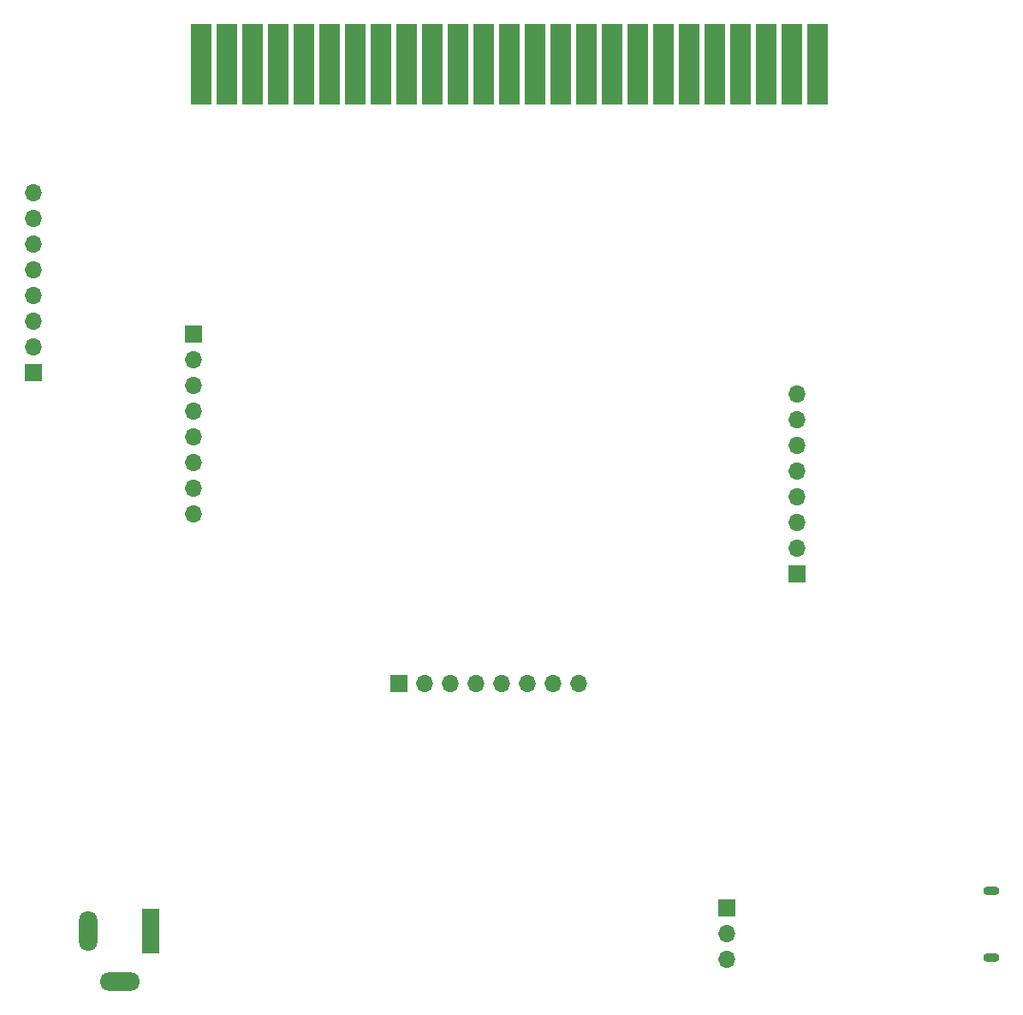
<source format=gbr>
%TF.GenerationSoftware,KiCad,Pcbnew,(7.0.0)*%
%TF.CreationDate,2023-08-05T12:50:32+01:00*%
%TF.ProjectId,DataIOTest,44617461-494f-4546-9573-742e6b696361,rev?*%
%TF.SameCoordinates,Original*%
%TF.FileFunction,Soldermask,Bot*%
%TF.FilePolarity,Negative*%
%FSLAX46Y46*%
G04 Gerber Fmt 4.6, Leading zero omitted, Abs format (unit mm)*
G04 Created by KiCad (PCBNEW (7.0.0)) date 2023-08-05 12:50:32*
%MOMM*%
%LPD*%
G01*
G04 APERTURE LIST*
%ADD10R,1.700000X1.700000*%
%ADD11O,1.700000X1.700000*%
%ADD12O,1.600000X0.900000*%
%ADD13R,1.800000X4.400000*%
%ADD14O,1.800000X4.000000*%
%ADD15O,4.000000X1.800000*%
%ADD16R,2.000000X8.000000*%
G04 APERTURE END LIST*
D10*
%TO.C,J9*%
X79374999Y-91439999D03*
D11*
X79374999Y-88899999D03*
X79374999Y-86359999D03*
X79374999Y-83819999D03*
X79374999Y-81279999D03*
X79374999Y-78739999D03*
X79374999Y-76199999D03*
X79374999Y-73659999D03*
%TD*%
D10*
%TO.C,J1*%
X115569999Y-122173999D03*
D11*
X118109999Y-122173999D03*
X120649999Y-122173999D03*
X123189999Y-122173999D03*
X125729999Y-122173999D03*
X128269999Y-122173999D03*
X130809999Y-122173999D03*
X133349999Y-122173999D03*
%TD*%
D12*
%TO.C,J4*%
X174116999Y-142692999D03*
X174116999Y-149292999D03*
%TD*%
D10*
%TO.C,J3*%
X154914499Y-111378999D03*
D11*
X154914499Y-108838999D03*
X154914499Y-106298999D03*
X154914499Y-103758999D03*
X154914499Y-101218999D03*
X154914499Y-98678999D03*
X154914499Y-96138999D03*
X154914499Y-93598999D03*
%TD*%
D10*
%TO.C,J2*%
X95249999Y-87629999D03*
D11*
X95249999Y-90169999D03*
X95249999Y-92709999D03*
X95249999Y-95249999D03*
X95249999Y-97789999D03*
X95249999Y-100329999D03*
X95249999Y-102869999D03*
X95249999Y-105409999D03*
%TD*%
D13*
%TO.C,J6*%
X91035999Y-146684999D03*
D14*
X84835999Y-146684999D03*
D15*
X87935999Y-151684999D03*
%TD*%
D11*
%TO.C,J8*%
X147954999Y-149478999D03*
X147954999Y-146938999D03*
D10*
X147954999Y-144398999D03*
%TD*%
D16*
%TO.C,J5*%
X156958499Y-60999999D03*
X154418499Y-60999999D03*
X151878499Y-60999999D03*
X149338499Y-60999999D03*
X146798499Y-60999999D03*
X144258499Y-60999999D03*
X141718499Y-60999999D03*
X139178499Y-60999999D03*
X136638499Y-60999999D03*
X134098499Y-60999999D03*
X131558499Y-60999999D03*
X129018499Y-60999999D03*
X126478499Y-60999999D03*
X123938499Y-60999999D03*
X121398499Y-60999999D03*
X118858499Y-60999999D03*
X116318499Y-60999999D03*
X113778499Y-60999999D03*
X111238499Y-60999999D03*
X108698499Y-60999999D03*
X106158499Y-60999999D03*
X103618499Y-60999999D03*
X101078499Y-60999999D03*
X98538499Y-60999999D03*
X95998499Y-60999999D03*
%TD*%
M02*

</source>
